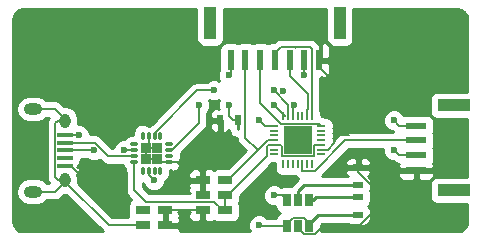
<source format=gbr>
G04 #@! TF.FileFunction,Copper,L1,Top,Signal*
%FSLAX46Y46*%
G04 Gerber Fmt 4.6, Leading zero omitted, Abs format (unit mm)*
G04 Created by KiCad (PCBNEW 4.0.6-e0-6349~53~ubuntu16.04.1) date Sat Jun 17 13:56:32 2017*
%MOMM*%
%LPD*%
G01*
G04 APERTURE LIST*
%ADD10C,0.100000*%
%ADD11R,1.350000X0.400000*%
%ADD12O,0.950000X1.250000*%
%ADD13O,1.550000X1.000000*%
%ADD14R,1.800000X0.600000*%
%ADD15R,2.800000X1.000000*%
%ADD16R,0.600000X1.800000*%
%ADD17R,1.000000X2.800000*%
%ADD18R,0.650000X1.060000*%
%ADD19O,0.300000X0.750000*%
%ADD20O,0.750000X0.300000*%
%ADD21R,0.900000X0.900000*%
%ADD22R,1.200000X0.750000*%
%ADD23R,0.500000X0.900000*%
%ADD24R,0.900000X0.500000*%
%ADD25R,0.800000X0.200000*%
%ADD26R,0.200000X0.800000*%
%ADD27R,1.175000X1.175000*%
%ADD28C,0.600000*%
%ADD29C,0.150000*%
%ADD30C,0.200000*%
%ADD31C,0.250000*%
%ADD32C,0.254000*%
G04 APERTURE END LIST*
D10*
D11*
X96600000Y-85060000D03*
X96600000Y-85710000D03*
X96600000Y-86360000D03*
X96600000Y-87010000D03*
X96600000Y-87660000D03*
D12*
X96600000Y-83860000D03*
X96600000Y-88860000D03*
D13*
X93900000Y-82860000D03*
X93900000Y-89860000D03*
D14*
X126340000Y-88025000D03*
X126340000Y-86775000D03*
X126340000Y-85525000D03*
X126340000Y-84275000D03*
D15*
X129540000Y-82550000D03*
X129540000Y-89750000D03*
D16*
X118130000Y-78740000D03*
X116880000Y-78740000D03*
X115630000Y-78740000D03*
X114380000Y-78740000D03*
X113130000Y-78740000D03*
X111880000Y-78740000D03*
X110630000Y-78740000D03*
D17*
X108880000Y-75540000D03*
X119880000Y-75540000D03*
D18*
X115395000Y-92770000D03*
X116345000Y-92770000D03*
X117295000Y-92770000D03*
X117295000Y-90570000D03*
X115395000Y-90570000D03*
X116345000Y-90570000D03*
D19*
X104685000Y-85135000D03*
X104185000Y-85135000D03*
X103685000Y-85135000D03*
X103185000Y-85135000D03*
D20*
X102460000Y-85860000D03*
X102460000Y-86360000D03*
X102460000Y-86860000D03*
X102460000Y-87360000D03*
D19*
X103185000Y-88085000D03*
X103685000Y-88085000D03*
X104185000Y-88085000D03*
X104685000Y-88085000D03*
D20*
X105410000Y-87360000D03*
X105410000Y-86860000D03*
X105410000Y-86360000D03*
X105410000Y-85860000D03*
D21*
X103485000Y-87060000D03*
X104385000Y-87060000D03*
X103485000Y-86160000D03*
X104385000Y-86160000D03*
D22*
X105090000Y-91440000D03*
X103190000Y-91440000D03*
X110170000Y-88900000D03*
X108270000Y-88900000D03*
X103190000Y-92710000D03*
X105090000Y-92710000D03*
X110170000Y-91440000D03*
X108270000Y-91440000D03*
X110170000Y-90170000D03*
X108270000Y-90170000D03*
D23*
X111240000Y-83820000D03*
X109740000Y-83820000D03*
D24*
X121425000Y-91840000D03*
X121425000Y-90340000D03*
X121425000Y-89300000D03*
X121425000Y-87800000D03*
D25*
X114300000Y-84290000D03*
X114300000Y-84690000D03*
X114300000Y-85090000D03*
X114300000Y-85490000D03*
X114300000Y-85890000D03*
X114300000Y-86290000D03*
X114300000Y-86690000D03*
D26*
X115100000Y-87490000D03*
X115500000Y-87490000D03*
X115900000Y-87490000D03*
X116300000Y-87490000D03*
X116700000Y-87490000D03*
X117100000Y-87490000D03*
X117500000Y-87490000D03*
D25*
X118300000Y-86690000D03*
X118300000Y-86290000D03*
X118300000Y-85890000D03*
X118300000Y-85490000D03*
X118300000Y-85090000D03*
X118300000Y-84690000D03*
X118300000Y-84290000D03*
D26*
X117500000Y-83490000D03*
X117100000Y-83490000D03*
X116700000Y-83490000D03*
X116300000Y-83490000D03*
X115900000Y-83490000D03*
X115500000Y-83490000D03*
X115100000Y-83490000D03*
D27*
X116887500Y-86077500D03*
X116887500Y-84902500D03*
X115712500Y-86077500D03*
X115712500Y-84902500D03*
D28*
X97790000Y-91440000D03*
X99060000Y-90170000D03*
X124460000Y-86360000D03*
X114300000Y-90170000D03*
X110490000Y-80010000D03*
X115029877Y-81338111D03*
X124460000Y-83820000D03*
X115975010Y-82550000D03*
X116840000Y-80010000D03*
X97790000Y-85090000D03*
X113030000Y-92710000D03*
X103190000Y-91440000D03*
X104140000Y-88900000D03*
X114300000Y-82550000D03*
X109220000Y-81280000D03*
X101600000Y-86360000D03*
X99060000Y-86360000D03*
X107950000Y-82550000D03*
X114300000Y-81280000D03*
X110490000Y-82550000D03*
X113030000Y-83820000D03*
D29*
X123190000Y-91090002D02*
X123190000Y-89965000D01*
X123190000Y-89965000D02*
X121425000Y-88200000D01*
X121425000Y-88200000D02*
X121425000Y-87800000D01*
X118525002Y-92710000D02*
X121570002Y-92710000D01*
X121570002Y-92710000D02*
X123190000Y-91090002D01*
X116345000Y-92770000D02*
X116345000Y-92975000D01*
X116345000Y-92975000D02*
X116845001Y-93475001D01*
X116845001Y-93475001D02*
X117760001Y-93475001D01*
X117760001Y-93475001D02*
X118525002Y-92710000D01*
X119380000Y-80590000D02*
X119380000Y-85090000D01*
X118130000Y-78740000D02*
X118130000Y-79340000D01*
X118130000Y-79340000D02*
X119380000Y-80590000D01*
X119380000Y-85090000D02*
X120650000Y-85090000D01*
X119380000Y-85760000D02*
X119380000Y-85090000D01*
X118300000Y-86290000D02*
X118850000Y-86290000D01*
X118850000Y-86290000D02*
X119380000Y-85760000D01*
X108270000Y-90170000D02*
X108270000Y-88900000D01*
X105090000Y-91440000D02*
X108270000Y-91440000D01*
X105090000Y-91440000D02*
X105090000Y-92710000D01*
X105410000Y-87360000D02*
X107255000Y-87360000D01*
X108270000Y-88375000D02*
X108270000Y-88900000D01*
X107255000Y-87360000D02*
X108270000Y-88375000D01*
X103485000Y-87060000D02*
X103485000Y-86160000D01*
X104385000Y-87060000D02*
X104685000Y-87360000D01*
X104685000Y-87360000D02*
X105410000Y-87360000D01*
X103485000Y-86160000D02*
X103685000Y-85960000D01*
X103685000Y-85960000D02*
X103685000Y-85135000D01*
X103485000Y-87060000D02*
X104385000Y-87060000D01*
X104385000Y-86160000D02*
X103485000Y-86160000D01*
X97790000Y-92710000D02*
X97790000Y-91440000D01*
X96600000Y-87660000D02*
X97075000Y-87660000D01*
X99060000Y-89645000D02*
X99060000Y-90170000D01*
X97075000Y-87660000D02*
X99060000Y-89645000D01*
D30*
X124460000Y-86360000D02*
X124875000Y-86775000D01*
X124875000Y-86775000D02*
X126340000Y-86775000D01*
X114300000Y-90170000D02*
X114995000Y-90170000D01*
X114995000Y-90170000D02*
X115395000Y-90570000D01*
X110630000Y-78740000D02*
X110630000Y-79870000D01*
X110630000Y-79870000D02*
X110490000Y-80010000D01*
X126340000Y-85525000D02*
X120325002Y-85525000D01*
X120325002Y-85525000D02*
X117760001Y-88090001D01*
X117760001Y-88090001D02*
X116700000Y-88090000D01*
X116700000Y-88090000D02*
X116700000Y-87490000D01*
X126340000Y-84275000D02*
X124915000Y-84275000D01*
X124915000Y-84275000D02*
X124460000Y-83820000D01*
X115900000Y-83490000D02*
X115900000Y-82625010D01*
X115900000Y-82625010D02*
X115975010Y-82550000D01*
X116880000Y-78740000D02*
X116880000Y-79970000D01*
X116880000Y-79970000D02*
X116840000Y-80010000D01*
X117140009Y-82849991D02*
X117100000Y-82890000D01*
X117140009Y-81580009D02*
X117140009Y-82849991D01*
X115630000Y-80070000D02*
X117140009Y-81580009D01*
X115630000Y-78740000D02*
X115630000Y-80070000D01*
X117100000Y-82890000D02*
X117100000Y-83490000D01*
X117100000Y-83029998D02*
X117100000Y-83490000D01*
X116090001Y-77639999D02*
X117340001Y-77639999D01*
X117340001Y-77639999D02*
X117500000Y-77799998D01*
X117500000Y-77799998D02*
X117500000Y-82890000D01*
X117500000Y-82890000D02*
X117500000Y-83490000D01*
X114380000Y-78740000D02*
X114380000Y-78140000D01*
X114380000Y-78140000D02*
X114880000Y-77640000D01*
X114880000Y-77640000D02*
X116090001Y-77639999D01*
X116090001Y-77639999D02*
X116130001Y-77679999D01*
X113130000Y-78740000D02*
X113130000Y-82320000D01*
X118100001Y-84090001D02*
X118300000Y-84290000D01*
X113130000Y-82320000D02*
X114900001Y-84090001D01*
X114900001Y-84090001D02*
X118100001Y-84090001D01*
X112935000Y-86360000D02*
X113805000Y-85490000D01*
X110395000Y-88900000D02*
X112935000Y-86360000D01*
X112935000Y-86360000D02*
X111880000Y-85305000D01*
X111880000Y-85305000D02*
X111880000Y-78740000D01*
X110170000Y-88900000D02*
X110395000Y-88900000D01*
X113805000Y-85490000D02*
X114300000Y-85490000D01*
D29*
X96600000Y-85060000D02*
X97760000Y-85060000D01*
X97760000Y-85060000D02*
X97790000Y-85090000D01*
X117295000Y-92770000D02*
X117295000Y-92549998D01*
X117295000Y-92549998D02*
X116810001Y-92064999D01*
X116810001Y-92064999D02*
X115895001Y-92064999D01*
X115895001Y-92064999D02*
X115395000Y-92565000D01*
X115395000Y-92565000D02*
X115395000Y-92770000D01*
X115395000Y-92770000D02*
X113090000Y-92770000D01*
X113090000Y-92770000D02*
X113030000Y-92710000D01*
X103685000Y-88085000D02*
X103685000Y-88445000D01*
X103685000Y-88445000D02*
X104140000Y-88900000D01*
D31*
X121425000Y-91840000D02*
X118020000Y-91840000D01*
X118020000Y-91840000D02*
X117295000Y-92565000D01*
X117295000Y-92565000D02*
X117295000Y-92770000D01*
X117845000Y-90340000D02*
X117615000Y-90570000D01*
X117615000Y-90570000D02*
X117295000Y-90570000D01*
X121425000Y-90340000D02*
X117845000Y-90340000D01*
X121425000Y-89300000D02*
X116835000Y-89300000D01*
X116835000Y-89300000D02*
X116345000Y-89790000D01*
X116345000Y-89790000D02*
X116345000Y-90570000D01*
D29*
X115224999Y-83474999D02*
X115209998Y-83490000D01*
X115209998Y-83490000D02*
X115100000Y-83490000D01*
X114300000Y-82550000D02*
X115224999Y-83474999D01*
X104185000Y-85135000D02*
X104185000Y-84910000D01*
X104185000Y-84910000D02*
X107815000Y-81280000D01*
X107815000Y-81280000D02*
X109220000Y-81280000D01*
X101600000Y-86360000D02*
X102460000Y-86360000D01*
X96600000Y-86360000D02*
X99060000Y-86360000D01*
X101935000Y-86860000D02*
X102460000Y-86860000D01*
X100263004Y-86860000D02*
X101935000Y-86860000D01*
X96600000Y-85710000D02*
X99113004Y-85710000D01*
X99113004Y-85710000D02*
X100263004Y-86860000D01*
X102460000Y-89760000D02*
X102460000Y-87360000D01*
X103445001Y-90745001D02*
X102460000Y-89760000D01*
X118300000Y-85890000D02*
X117650001Y-85890000D01*
X117615001Y-86840001D02*
X114984999Y-86840001D01*
X117650001Y-85890000D02*
X117650001Y-86805001D01*
X117650001Y-86805001D02*
X117615001Y-86840001D01*
X114984999Y-86840001D02*
X114949999Y-86805001D01*
X114949999Y-86805001D02*
X114949999Y-85989999D01*
X114850000Y-85890000D02*
X114300000Y-85890000D01*
X114949999Y-85989999D02*
X114850000Y-85890000D01*
D30*
X110170000Y-91440000D02*
X109945000Y-91440000D01*
X109945000Y-91440000D02*
X109250001Y-90745001D01*
X109250001Y-90745001D02*
X103445001Y-90745001D01*
X102460000Y-88040000D02*
X102460000Y-87360000D01*
X102460000Y-87710000D02*
X102460000Y-87360000D01*
X102460000Y-88079988D02*
X102460000Y-87710000D01*
X110170000Y-91440000D02*
X110170000Y-90170000D01*
X110170000Y-90170000D02*
X110395000Y-90170000D01*
X110395000Y-90170000D02*
X113699999Y-86865001D01*
X113699999Y-86865001D02*
X113699999Y-86029999D01*
X113699999Y-86029999D02*
X113839998Y-85890000D01*
X113839998Y-85890000D02*
X114300000Y-85890000D01*
D29*
X105635000Y-86360000D02*
X105410000Y-86360000D01*
X107950000Y-82550000D02*
X107950000Y-84045000D01*
X107950000Y-84045000D02*
X105635000Y-86360000D01*
X115500000Y-83490000D02*
X115500000Y-82480000D01*
X115500000Y-82480000D02*
X114300000Y-81280000D01*
X96600000Y-88860000D02*
X95975000Y-88860000D01*
X95975000Y-88860000D02*
X95749999Y-88634999D01*
X95749999Y-88634999D02*
X95749999Y-84085001D01*
X95749999Y-84085001D02*
X95975000Y-83860000D01*
X95975000Y-83860000D02*
X96600000Y-83860000D01*
X103190000Y-92710000D02*
X100300000Y-92710000D01*
X100300000Y-92710000D02*
X96600000Y-89010000D01*
X96600000Y-89010000D02*
X96600000Y-88860000D01*
D30*
X96600000Y-83860000D02*
X96600000Y-83710000D01*
X96600000Y-83710000D02*
X95750000Y-82860000D01*
X95750000Y-82860000D02*
X94875000Y-82860000D01*
X94875000Y-82860000D02*
X93900000Y-82860000D01*
X93900000Y-89860000D02*
X95750000Y-89860000D01*
X95750000Y-89860000D02*
X96600000Y-89010000D01*
D29*
X110490000Y-82550000D02*
X110490000Y-83470000D01*
X110490000Y-83470000D02*
X110840000Y-83820000D01*
X110840000Y-83820000D02*
X111240000Y-83820000D01*
X114300000Y-84290000D02*
X113500000Y-84290000D01*
X113500000Y-84290000D02*
X113030000Y-83820000D01*
D31*
X111240000Y-83820000D02*
X111240000Y-84570000D01*
D32*
G36*
X107732560Y-76940000D02*
X107776838Y-77175317D01*
X107915910Y-77391441D01*
X108128110Y-77536431D01*
X108380000Y-77587440D01*
X109380000Y-77587440D01*
X109615317Y-77543162D01*
X109831441Y-77404090D01*
X109976431Y-77191890D01*
X110027440Y-76940000D01*
X110027440Y-74422000D01*
X118732560Y-74422000D01*
X118732560Y-76940000D01*
X118776838Y-77175317D01*
X118915910Y-77391441D01*
X119128110Y-77536431D01*
X119380000Y-77587440D01*
X120380000Y-77587440D01*
X120615317Y-77543162D01*
X120831441Y-77404090D01*
X120976431Y-77191890D01*
X121027440Y-76940000D01*
X121027440Y-74422000D01*
X129797491Y-74422000D01*
X130143130Y-74490752D01*
X130425545Y-74679455D01*
X130614248Y-74961870D01*
X130683000Y-75307509D01*
X130683000Y-81402560D01*
X128140000Y-81402560D01*
X127904683Y-81446838D01*
X127688559Y-81585910D01*
X127543569Y-81798110D01*
X127492560Y-82050000D01*
X127492560Y-83050000D01*
X127536838Y-83285317D01*
X127675910Y-83501441D01*
X127888110Y-83646431D01*
X128140000Y-83697440D01*
X130683000Y-83697440D01*
X130683000Y-88602560D01*
X128140000Y-88602560D01*
X127904683Y-88646838D01*
X127688559Y-88785910D01*
X127543569Y-88998110D01*
X127492560Y-89250000D01*
X127492560Y-90250000D01*
X127536838Y-90485317D01*
X127675910Y-90701441D01*
X127888110Y-90846431D01*
X128140000Y-90897440D01*
X130683000Y-90897440D01*
X130683000Y-92332491D01*
X130614248Y-92678130D01*
X130425545Y-92960545D01*
X130143130Y-93149248D01*
X129797491Y-93218000D01*
X118267440Y-93218000D01*
X118267440Y-92667362D01*
X118334802Y-92600000D01*
X120596614Y-92600000D01*
X120723110Y-92686431D01*
X120975000Y-92737440D01*
X121875000Y-92737440D01*
X122110317Y-92693162D01*
X122326441Y-92554090D01*
X122471431Y-92341890D01*
X122522440Y-92090000D01*
X122522440Y-91590000D01*
X122478162Y-91354683D01*
X122339090Y-91138559D01*
X122269289Y-91090866D01*
X122326441Y-91054090D01*
X122471431Y-90841890D01*
X122522440Y-90590000D01*
X122522440Y-90090000D01*
X122478162Y-89854683D01*
X122457402Y-89822422D01*
X122471431Y-89801890D01*
X122522440Y-89550000D01*
X122522440Y-89050000D01*
X122478162Y-88814683D01*
X122339090Y-88598559D01*
X122270994Y-88552031D01*
X122413327Y-88409698D01*
X122454312Y-88310750D01*
X124805000Y-88310750D01*
X124805000Y-88451309D01*
X124901673Y-88684698D01*
X125080301Y-88863327D01*
X125313690Y-88960000D01*
X126054250Y-88960000D01*
X126213000Y-88801250D01*
X126213000Y-88152000D01*
X126467000Y-88152000D01*
X126467000Y-88801250D01*
X126625750Y-88960000D01*
X127366310Y-88960000D01*
X127599699Y-88863327D01*
X127778327Y-88684698D01*
X127875000Y-88451309D01*
X127875000Y-88310750D01*
X127716250Y-88152000D01*
X126467000Y-88152000D01*
X126213000Y-88152000D01*
X124963750Y-88152000D01*
X124805000Y-88310750D01*
X122454312Y-88310750D01*
X122510000Y-88176309D01*
X122510000Y-88083750D01*
X122351250Y-87925000D01*
X121552000Y-87925000D01*
X121552000Y-87947000D01*
X121298000Y-87947000D01*
X121298000Y-87925000D01*
X120498750Y-87925000D01*
X120340000Y-88083750D01*
X120340000Y-88176309D01*
X120436673Y-88409698D01*
X120566974Y-88540000D01*
X118349448Y-88540000D01*
X119465757Y-87423691D01*
X120340000Y-87423691D01*
X120340000Y-87516250D01*
X120498750Y-87675000D01*
X121298000Y-87675000D01*
X121298000Y-87073750D01*
X121552000Y-87073750D01*
X121552000Y-87675000D01*
X122351250Y-87675000D01*
X122510000Y-87516250D01*
X122510000Y-87423691D01*
X122413327Y-87190302D01*
X122234699Y-87011673D01*
X122001310Y-86915000D01*
X121710750Y-86915000D01*
X121552000Y-87073750D01*
X121298000Y-87073750D01*
X121139250Y-86915000D01*
X120848690Y-86915000D01*
X120615301Y-87011673D01*
X120436673Y-87190302D01*
X120340000Y-87423691D01*
X119465757Y-87423691D01*
X120629449Y-86260000D01*
X123525086Y-86260000D01*
X123524838Y-86545167D01*
X123666883Y-86888943D01*
X123929673Y-87152192D01*
X124273201Y-87294838D01*
X124355555Y-87294910D01*
X124535402Y-87415079D01*
X124593728Y-87454051D01*
X124844269Y-87503887D01*
X124805000Y-87598691D01*
X124805000Y-87739250D01*
X124963750Y-87898000D01*
X126213000Y-87898000D01*
X126213000Y-87878000D01*
X126467000Y-87878000D01*
X126467000Y-87898000D01*
X127716250Y-87898000D01*
X127875000Y-87739250D01*
X127875000Y-87598691D01*
X127790351Y-87394330D01*
X127836431Y-87326890D01*
X127887440Y-87075000D01*
X127887440Y-86475000D01*
X127843162Y-86239683D01*
X127785949Y-86150772D01*
X127836431Y-86076890D01*
X127887440Y-85825000D01*
X127887440Y-85225000D01*
X127843162Y-84989683D01*
X127785949Y-84900772D01*
X127836431Y-84826890D01*
X127887440Y-84575000D01*
X127887440Y-83975000D01*
X127843162Y-83739683D01*
X127704090Y-83523559D01*
X127491890Y-83378569D01*
X127240000Y-83327560D01*
X125440000Y-83327560D01*
X125280593Y-83357555D01*
X125253117Y-83291057D01*
X124990327Y-83027808D01*
X124646799Y-82885162D01*
X124274833Y-82884838D01*
X123931057Y-83026883D01*
X123667808Y-83289673D01*
X123525162Y-83633201D01*
X123524838Y-84005167D01*
X123666883Y-84348943D01*
X123929673Y-84612192D01*
X124273201Y-84754838D01*
X124355463Y-84754910D01*
X124390553Y-84790000D01*
X120325002Y-84790000D01*
X120043730Y-84845949D01*
X119805278Y-85005277D01*
X119347440Y-85463115D01*
X119347440Y-85390000D01*
X119327933Y-85286329D01*
X119347440Y-85190000D01*
X119347440Y-84990000D01*
X119327933Y-84886329D01*
X119347440Y-84790000D01*
X119347440Y-84590000D01*
X119327933Y-84486329D01*
X119347440Y-84390000D01*
X119347440Y-84190000D01*
X119303162Y-83954683D01*
X119164090Y-83738559D01*
X118951890Y-83593569D01*
X118700000Y-83542560D01*
X118578241Y-83542560D01*
X118381273Y-83410950D01*
X118247440Y-83384329D01*
X118247440Y-83090000D01*
X118235000Y-83023887D01*
X118235000Y-80275000D01*
X118257002Y-80275000D01*
X118257002Y-80116252D01*
X118415750Y-80275000D01*
X118556309Y-80275000D01*
X118789698Y-80178327D01*
X118968327Y-79999699D01*
X119065000Y-79766310D01*
X119065000Y-79025750D01*
X118906250Y-78867000D01*
X118257000Y-78867000D01*
X118257000Y-78887000D01*
X118235000Y-78887000D01*
X118235000Y-77799998D01*
X118179051Y-77518726D01*
X118102454Y-77404090D01*
X118075500Y-77363750D01*
X118257000Y-77363750D01*
X118257000Y-78613000D01*
X118906250Y-78613000D01*
X119065000Y-78454250D01*
X119065000Y-77713690D01*
X118968327Y-77480301D01*
X118789698Y-77301673D01*
X118556309Y-77205000D01*
X118415750Y-77205000D01*
X118257000Y-77363750D01*
X118075500Y-77363750D01*
X118019724Y-77280275D01*
X117859724Y-77120276D01*
X117621273Y-76960948D01*
X117340001Y-76904999D01*
X116090001Y-76904999D01*
X114879999Y-76905000D01*
X114598727Y-76960949D01*
X114503218Y-77024767D01*
X114360277Y-77120276D01*
X114287993Y-77192560D01*
X114080000Y-77192560D01*
X113844683Y-77236838D01*
X113755772Y-77294051D01*
X113681890Y-77243569D01*
X113430000Y-77192560D01*
X112830000Y-77192560D01*
X112594683Y-77236838D01*
X112505772Y-77294051D01*
X112431890Y-77243569D01*
X112180000Y-77192560D01*
X111580000Y-77192560D01*
X111344683Y-77236838D01*
X111255772Y-77294051D01*
X111181890Y-77243569D01*
X110930000Y-77192560D01*
X110330000Y-77192560D01*
X110094683Y-77236838D01*
X109878559Y-77375910D01*
X109733569Y-77588110D01*
X109682560Y-77840000D01*
X109682560Y-79516394D01*
X109555162Y-79823201D01*
X109554838Y-80195167D01*
X109660310Y-80450430D01*
X109406799Y-80345162D01*
X109034833Y-80344838D01*
X108691057Y-80486883D01*
X108607795Y-80570000D01*
X107815000Y-80570000D01*
X107543295Y-80624046D01*
X107312954Y-80777954D01*
X103936206Y-84154702D01*
X103927252Y-84156483D01*
X103881316Y-84149944D01*
X103844840Y-84191531D01*
X103685000Y-84298332D01*
X103525160Y-84191531D01*
X103488684Y-84149944D01*
X103442748Y-84156483D01*
X103185000Y-84105213D01*
X102884594Y-84164968D01*
X102629921Y-84335134D01*
X102459755Y-84589807D01*
X102400000Y-84890213D01*
X102400000Y-85075000D01*
X102215213Y-85075000D01*
X101914807Y-85134755D01*
X101660134Y-85304921D01*
X101579912Y-85424982D01*
X101414833Y-85424838D01*
X101071057Y-85566883D01*
X100807808Y-85829673D01*
X100674796Y-86150000D01*
X100557096Y-86150000D01*
X99615050Y-85207954D01*
X99384709Y-85054046D01*
X99113004Y-85000000D01*
X98725079Y-85000000D01*
X98725162Y-84904833D01*
X98583117Y-84561057D01*
X98320327Y-84297808D01*
X97976799Y-84155162D01*
X97686086Y-84154909D01*
X97710000Y-84034685D01*
X97710000Y-83685315D01*
X97625506Y-83260536D01*
X97384889Y-82900426D01*
X97024779Y-82659809D01*
X96600000Y-82575315D01*
X96520562Y-82591116D01*
X96269723Y-82340277D01*
X96031272Y-82180949D01*
X95750000Y-82125000D01*
X95050336Y-82125000D01*
X95005190Y-82057434D01*
X94636970Y-81811397D01*
X94202624Y-81725000D01*
X93597376Y-81725000D01*
X93163030Y-81811397D01*
X92794810Y-82057434D01*
X92548773Y-82425654D01*
X92462376Y-82860000D01*
X92548773Y-83294346D01*
X92794810Y-83662566D01*
X93163030Y-83908603D01*
X93597376Y-83995000D01*
X94202624Y-83995000D01*
X94636970Y-83908603D01*
X95005190Y-83662566D01*
X95050336Y-83595000D01*
X95239905Y-83595000D01*
X95094045Y-83813296D01*
X95039999Y-84085001D01*
X95039999Y-88634999D01*
X95094045Y-88906704D01*
X95239905Y-89125000D01*
X95050336Y-89125000D01*
X95005190Y-89057434D01*
X94636970Y-88811397D01*
X94202624Y-88725000D01*
X93597376Y-88725000D01*
X93163030Y-88811397D01*
X92794810Y-89057434D01*
X92548773Y-89425654D01*
X92462376Y-89860000D01*
X92548773Y-90294346D01*
X92794810Y-90662566D01*
X93163030Y-90908603D01*
X93597376Y-90995000D01*
X94202624Y-90995000D01*
X94636970Y-90908603D01*
X95005190Y-90662566D01*
X95050336Y-90595000D01*
X95750000Y-90595000D01*
X96031272Y-90539051D01*
X96269723Y-90379723D01*
X96520562Y-90128884D01*
X96600000Y-90144685D01*
X96708926Y-90123018D01*
X99797954Y-93212046D01*
X99806865Y-93218000D01*
X93087509Y-93218000D01*
X92741870Y-93149248D01*
X92459455Y-92960545D01*
X92270752Y-92678130D01*
X92202000Y-92332491D01*
X92202000Y-75307509D01*
X92270752Y-74961870D01*
X92459455Y-74679455D01*
X92741870Y-74490752D01*
X93087509Y-74422000D01*
X107732560Y-74422000D01*
X107732560Y-76940000D01*
X107732560Y-76940000D01*
G37*
X107732560Y-76940000D02*
X107776838Y-77175317D01*
X107915910Y-77391441D01*
X108128110Y-77536431D01*
X108380000Y-77587440D01*
X109380000Y-77587440D01*
X109615317Y-77543162D01*
X109831441Y-77404090D01*
X109976431Y-77191890D01*
X110027440Y-76940000D01*
X110027440Y-74422000D01*
X118732560Y-74422000D01*
X118732560Y-76940000D01*
X118776838Y-77175317D01*
X118915910Y-77391441D01*
X119128110Y-77536431D01*
X119380000Y-77587440D01*
X120380000Y-77587440D01*
X120615317Y-77543162D01*
X120831441Y-77404090D01*
X120976431Y-77191890D01*
X121027440Y-76940000D01*
X121027440Y-74422000D01*
X129797491Y-74422000D01*
X130143130Y-74490752D01*
X130425545Y-74679455D01*
X130614248Y-74961870D01*
X130683000Y-75307509D01*
X130683000Y-81402560D01*
X128140000Y-81402560D01*
X127904683Y-81446838D01*
X127688559Y-81585910D01*
X127543569Y-81798110D01*
X127492560Y-82050000D01*
X127492560Y-83050000D01*
X127536838Y-83285317D01*
X127675910Y-83501441D01*
X127888110Y-83646431D01*
X128140000Y-83697440D01*
X130683000Y-83697440D01*
X130683000Y-88602560D01*
X128140000Y-88602560D01*
X127904683Y-88646838D01*
X127688559Y-88785910D01*
X127543569Y-88998110D01*
X127492560Y-89250000D01*
X127492560Y-90250000D01*
X127536838Y-90485317D01*
X127675910Y-90701441D01*
X127888110Y-90846431D01*
X128140000Y-90897440D01*
X130683000Y-90897440D01*
X130683000Y-92332491D01*
X130614248Y-92678130D01*
X130425545Y-92960545D01*
X130143130Y-93149248D01*
X129797491Y-93218000D01*
X118267440Y-93218000D01*
X118267440Y-92667362D01*
X118334802Y-92600000D01*
X120596614Y-92600000D01*
X120723110Y-92686431D01*
X120975000Y-92737440D01*
X121875000Y-92737440D01*
X122110317Y-92693162D01*
X122326441Y-92554090D01*
X122471431Y-92341890D01*
X122522440Y-92090000D01*
X122522440Y-91590000D01*
X122478162Y-91354683D01*
X122339090Y-91138559D01*
X122269289Y-91090866D01*
X122326441Y-91054090D01*
X122471431Y-90841890D01*
X122522440Y-90590000D01*
X122522440Y-90090000D01*
X122478162Y-89854683D01*
X122457402Y-89822422D01*
X122471431Y-89801890D01*
X122522440Y-89550000D01*
X122522440Y-89050000D01*
X122478162Y-88814683D01*
X122339090Y-88598559D01*
X122270994Y-88552031D01*
X122413327Y-88409698D01*
X122454312Y-88310750D01*
X124805000Y-88310750D01*
X124805000Y-88451309D01*
X124901673Y-88684698D01*
X125080301Y-88863327D01*
X125313690Y-88960000D01*
X126054250Y-88960000D01*
X126213000Y-88801250D01*
X126213000Y-88152000D01*
X126467000Y-88152000D01*
X126467000Y-88801250D01*
X126625750Y-88960000D01*
X127366310Y-88960000D01*
X127599699Y-88863327D01*
X127778327Y-88684698D01*
X127875000Y-88451309D01*
X127875000Y-88310750D01*
X127716250Y-88152000D01*
X126467000Y-88152000D01*
X126213000Y-88152000D01*
X124963750Y-88152000D01*
X124805000Y-88310750D01*
X122454312Y-88310750D01*
X122510000Y-88176309D01*
X122510000Y-88083750D01*
X122351250Y-87925000D01*
X121552000Y-87925000D01*
X121552000Y-87947000D01*
X121298000Y-87947000D01*
X121298000Y-87925000D01*
X120498750Y-87925000D01*
X120340000Y-88083750D01*
X120340000Y-88176309D01*
X120436673Y-88409698D01*
X120566974Y-88540000D01*
X118349448Y-88540000D01*
X119465757Y-87423691D01*
X120340000Y-87423691D01*
X120340000Y-87516250D01*
X120498750Y-87675000D01*
X121298000Y-87675000D01*
X121298000Y-87073750D01*
X121552000Y-87073750D01*
X121552000Y-87675000D01*
X122351250Y-87675000D01*
X122510000Y-87516250D01*
X122510000Y-87423691D01*
X122413327Y-87190302D01*
X122234699Y-87011673D01*
X122001310Y-86915000D01*
X121710750Y-86915000D01*
X121552000Y-87073750D01*
X121298000Y-87073750D01*
X121139250Y-86915000D01*
X120848690Y-86915000D01*
X120615301Y-87011673D01*
X120436673Y-87190302D01*
X120340000Y-87423691D01*
X119465757Y-87423691D01*
X120629449Y-86260000D01*
X123525086Y-86260000D01*
X123524838Y-86545167D01*
X123666883Y-86888943D01*
X123929673Y-87152192D01*
X124273201Y-87294838D01*
X124355555Y-87294910D01*
X124535402Y-87415079D01*
X124593728Y-87454051D01*
X124844269Y-87503887D01*
X124805000Y-87598691D01*
X124805000Y-87739250D01*
X124963750Y-87898000D01*
X126213000Y-87898000D01*
X126213000Y-87878000D01*
X126467000Y-87878000D01*
X126467000Y-87898000D01*
X127716250Y-87898000D01*
X127875000Y-87739250D01*
X127875000Y-87598691D01*
X127790351Y-87394330D01*
X127836431Y-87326890D01*
X127887440Y-87075000D01*
X127887440Y-86475000D01*
X127843162Y-86239683D01*
X127785949Y-86150772D01*
X127836431Y-86076890D01*
X127887440Y-85825000D01*
X127887440Y-85225000D01*
X127843162Y-84989683D01*
X127785949Y-84900772D01*
X127836431Y-84826890D01*
X127887440Y-84575000D01*
X127887440Y-83975000D01*
X127843162Y-83739683D01*
X127704090Y-83523559D01*
X127491890Y-83378569D01*
X127240000Y-83327560D01*
X125440000Y-83327560D01*
X125280593Y-83357555D01*
X125253117Y-83291057D01*
X124990327Y-83027808D01*
X124646799Y-82885162D01*
X124274833Y-82884838D01*
X123931057Y-83026883D01*
X123667808Y-83289673D01*
X123525162Y-83633201D01*
X123524838Y-84005167D01*
X123666883Y-84348943D01*
X123929673Y-84612192D01*
X124273201Y-84754838D01*
X124355463Y-84754910D01*
X124390553Y-84790000D01*
X120325002Y-84790000D01*
X120043730Y-84845949D01*
X119805278Y-85005277D01*
X119347440Y-85463115D01*
X119347440Y-85390000D01*
X119327933Y-85286329D01*
X119347440Y-85190000D01*
X119347440Y-84990000D01*
X119327933Y-84886329D01*
X119347440Y-84790000D01*
X119347440Y-84590000D01*
X119327933Y-84486329D01*
X119347440Y-84390000D01*
X119347440Y-84190000D01*
X119303162Y-83954683D01*
X119164090Y-83738559D01*
X118951890Y-83593569D01*
X118700000Y-83542560D01*
X118578241Y-83542560D01*
X118381273Y-83410950D01*
X118247440Y-83384329D01*
X118247440Y-83090000D01*
X118235000Y-83023887D01*
X118235000Y-80275000D01*
X118257002Y-80275000D01*
X118257002Y-80116252D01*
X118415750Y-80275000D01*
X118556309Y-80275000D01*
X118789698Y-80178327D01*
X118968327Y-79999699D01*
X119065000Y-79766310D01*
X119065000Y-79025750D01*
X118906250Y-78867000D01*
X118257000Y-78867000D01*
X118257000Y-78887000D01*
X118235000Y-78887000D01*
X118235000Y-77799998D01*
X118179051Y-77518726D01*
X118102454Y-77404090D01*
X118075500Y-77363750D01*
X118257000Y-77363750D01*
X118257000Y-78613000D01*
X118906250Y-78613000D01*
X119065000Y-78454250D01*
X119065000Y-77713690D01*
X118968327Y-77480301D01*
X118789698Y-77301673D01*
X118556309Y-77205000D01*
X118415750Y-77205000D01*
X118257000Y-77363750D01*
X118075500Y-77363750D01*
X118019724Y-77280275D01*
X117859724Y-77120276D01*
X117621273Y-76960948D01*
X117340001Y-76904999D01*
X116090001Y-76904999D01*
X114879999Y-76905000D01*
X114598727Y-76960949D01*
X114503218Y-77024767D01*
X114360277Y-77120276D01*
X114287993Y-77192560D01*
X114080000Y-77192560D01*
X113844683Y-77236838D01*
X113755772Y-77294051D01*
X113681890Y-77243569D01*
X113430000Y-77192560D01*
X112830000Y-77192560D01*
X112594683Y-77236838D01*
X112505772Y-77294051D01*
X112431890Y-77243569D01*
X112180000Y-77192560D01*
X111580000Y-77192560D01*
X111344683Y-77236838D01*
X111255772Y-77294051D01*
X111181890Y-77243569D01*
X110930000Y-77192560D01*
X110330000Y-77192560D01*
X110094683Y-77236838D01*
X109878559Y-77375910D01*
X109733569Y-77588110D01*
X109682560Y-77840000D01*
X109682560Y-79516394D01*
X109555162Y-79823201D01*
X109554838Y-80195167D01*
X109660310Y-80450430D01*
X109406799Y-80345162D01*
X109034833Y-80344838D01*
X108691057Y-80486883D01*
X108607795Y-80570000D01*
X107815000Y-80570000D01*
X107543295Y-80624046D01*
X107312954Y-80777954D01*
X103936206Y-84154702D01*
X103927252Y-84156483D01*
X103881316Y-84149944D01*
X103844840Y-84191531D01*
X103685000Y-84298332D01*
X103525160Y-84191531D01*
X103488684Y-84149944D01*
X103442748Y-84156483D01*
X103185000Y-84105213D01*
X102884594Y-84164968D01*
X102629921Y-84335134D01*
X102459755Y-84589807D01*
X102400000Y-84890213D01*
X102400000Y-85075000D01*
X102215213Y-85075000D01*
X101914807Y-85134755D01*
X101660134Y-85304921D01*
X101579912Y-85424982D01*
X101414833Y-85424838D01*
X101071057Y-85566883D01*
X100807808Y-85829673D01*
X100674796Y-86150000D01*
X100557096Y-86150000D01*
X99615050Y-85207954D01*
X99384709Y-85054046D01*
X99113004Y-85000000D01*
X98725079Y-85000000D01*
X98725162Y-84904833D01*
X98583117Y-84561057D01*
X98320327Y-84297808D01*
X97976799Y-84155162D01*
X97686086Y-84154909D01*
X97710000Y-84034685D01*
X97710000Y-83685315D01*
X97625506Y-83260536D01*
X97384889Y-82900426D01*
X97024779Y-82659809D01*
X96600000Y-82575315D01*
X96520562Y-82591116D01*
X96269723Y-82340277D01*
X96031272Y-82180949D01*
X95750000Y-82125000D01*
X95050336Y-82125000D01*
X95005190Y-82057434D01*
X94636970Y-81811397D01*
X94202624Y-81725000D01*
X93597376Y-81725000D01*
X93163030Y-81811397D01*
X92794810Y-82057434D01*
X92548773Y-82425654D01*
X92462376Y-82860000D01*
X92548773Y-83294346D01*
X92794810Y-83662566D01*
X93163030Y-83908603D01*
X93597376Y-83995000D01*
X94202624Y-83995000D01*
X94636970Y-83908603D01*
X95005190Y-83662566D01*
X95050336Y-83595000D01*
X95239905Y-83595000D01*
X95094045Y-83813296D01*
X95039999Y-84085001D01*
X95039999Y-88634999D01*
X95094045Y-88906704D01*
X95239905Y-89125000D01*
X95050336Y-89125000D01*
X95005190Y-89057434D01*
X94636970Y-88811397D01*
X94202624Y-88725000D01*
X93597376Y-88725000D01*
X93163030Y-88811397D01*
X92794810Y-89057434D01*
X92548773Y-89425654D01*
X92462376Y-89860000D01*
X92548773Y-90294346D01*
X92794810Y-90662566D01*
X93163030Y-90908603D01*
X93597376Y-90995000D01*
X94202624Y-90995000D01*
X94636970Y-90908603D01*
X95005190Y-90662566D01*
X95050336Y-90595000D01*
X95750000Y-90595000D01*
X96031272Y-90539051D01*
X96269723Y-90379723D01*
X96520562Y-90128884D01*
X96600000Y-90144685D01*
X96708926Y-90123018D01*
X99797954Y-93212046D01*
X99806865Y-93218000D01*
X93087509Y-93218000D01*
X92741870Y-93149248D01*
X92459455Y-92960545D01*
X92270752Y-92678130D01*
X92202000Y-92332491D01*
X92202000Y-75307509D01*
X92270752Y-74961870D01*
X92459455Y-74679455D01*
X92741870Y-74490752D01*
X93087509Y-74422000D01*
X107732560Y-74422000D01*
X107732560Y-76940000D01*
G36*
X114352560Y-87890000D02*
X114396838Y-88125317D01*
X114535910Y-88341441D01*
X114748110Y-88486431D01*
X115000000Y-88537440D01*
X115200000Y-88537440D01*
X115303671Y-88517933D01*
X115400000Y-88537440D01*
X115600000Y-88537440D01*
X115703671Y-88517933D01*
X115800000Y-88537440D01*
X116000000Y-88537440D01*
X116103671Y-88517933D01*
X116121335Y-88521510D01*
X116180277Y-88609723D01*
X116353335Y-88725357D01*
X116297599Y-88762599D01*
X115807599Y-89252599D01*
X115714080Y-89392560D01*
X115070000Y-89392560D01*
X114880625Y-89428193D01*
X114830327Y-89377808D01*
X114486799Y-89235162D01*
X114114833Y-89234838D01*
X113771057Y-89376883D01*
X113507808Y-89639673D01*
X113365162Y-89983201D01*
X113364838Y-90355167D01*
X113506883Y-90698943D01*
X113769673Y-90962192D01*
X114113201Y-91104838D01*
X114423521Y-91105108D01*
X114466838Y-91335317D01*
X114605910Y-91551441D01*
X114781232Y-91671233D01*
X114618559Y-91775910D01*
X114473569Y-91988110D01*
X114459011Y-92060000D01*
X113702271Y-92060000D01*
X113560327Y-91917808D01*
X113216799Y-91775162D01*
X112844833Y-91774838D01*
X112501057Y-91916883D01*
X112237808Y-92179673D01*
X112095162Y-92523201D01*
X112094838Y-92895167D01*
X112228230Y-93218000D01*
X106322229Y-93218000D01*
X106325000Y-93211310D01*
X106325000Y-92995750D01*
X106166250Y-92837000D01*
X105217000Y-92837000D01*
X105217000Y-92857000D01*
X104963000Y-92857000D01*
X104963000Y-92837000D01*
X104943000Y-92837000D01*
X104943000Y-92583000D01*
X104963000Y-92583000D01*
X104963000Y-91567000D01*
X104943000Y-91567000D01*
X104943000Y-91480001D01*
X105237000Y-91480001D01*
X105237000Y-91567000D01*
X105217000Y-91567000D01*
X105217000Y-92583000D01*
X106166250Y-92583000D01*
X106325000Y-92424250D01*
X106325000Y-92208690D01*
X106269624Y-92075000D01*
X106325000Y-91941310D01*
X106325000Y-91725750D01*
X106166252Y-91567002D01*
X106325000Y-91567002D01*
X106325000Y-91480001D01*
X107035000Y-91480001D01*
X107035000Y-91567002D01*
X107193748Y-91567002D01*
X107035000Y-91725750D01*
X107035000Y-91941310D01*
X107131673Y-92174699D01*
X107310302Y-92353327D01*
X107543691Y-92450000D01*
X107984250Y-92450000D01*
X108143000Y-92291250D01*
X108143000Y-91567000D01*
X108123000Y-91567000D01*
X108123000Y-91480001D01*
X108417000Y-91480001D01*
X108417000Y-91567000D01*
X108397000Y-91567000D01*
X108397000Y-92291250D01*
X108555750Y-92450000D01*
X108996309Y-92450000D01*
X109229698Y-92353327D01*
X109231068Y-92351957D01*
X109318110Y-92411431D01*
X109570000Y-92462440D01*
X110770000Y-92462440D01*
X111005317Y-92418162D01*
X111221441Y-92279090D01*
X111366431Y-92066890D01*
X111417440Y-91815000D01*
X111417440Y-91065000D01*
X111373162Y-90829683D01*
X111359030Y-90807721D01*
X111366431Y-90796890D01*
X111417440Y-90545000D01*
X111417440Y-90187006D01*
X114167007Y-87437440D01*
X114352560Y-87437440D01*
X114352560Y-87890000D01*
X114352560Y-87890000D01*
G37*
X114352560Y-87890000D02*
X114396838Y-88125317D01*
X114535910Y-88341441D01*
X114748110Y-88486431D01*
X115000000Y-88537440D01*
X115200000Y-88537440D01*
X115303671Y-88517933D01*
X115400000Y-88537440D01*
X115600000Y-88537440D01*
X115703671Y-88517933D01*
X115800000Y-88537440D01*
X116000000Y-88537440D01*
X116103671Y-88517933D01*
X116121335Y-88521510D01*
X116180277Y-88609723D01*
X116353335Y-88725357D01*
X116297599Y-88762599D01*
X115807599Y-89252599D01*
X115714080Y-89392560D01*
X115070000Y-89392560D01*
X114880625Y-89428193D01*
X114830327Y-89377808D01*
X114486799Y-89235162D01*
X114114833Y-89234838D01*
X113771057Y-89376883D01*
X113507808Y-89639673D01*
X113365162Y-89983201D01*
X113364838Y-90355167D01*
X113506883Y-90698943D01*
X113769673Y-90962192D01*
X114113201Y-91104838D01*
X114423521Y-91105108D01*
X114466838Y-91335317D01*
X114605910Y-91551441D01*
X114781232Y-91671233D01*
X114618559Y-91775910D01*
X114473569Y-91988110D01*
X114459011Y-92060000D01*
X113702271Y-92060000D01*
X113560327Y-91917808D01*
X113216799Y-91775162D01*
X112844833Y-91774838D01*
X112501057Y-91916883D01*
X112237808Y-92179673D01*
X112095162Y-92523201D01*
X112094838Y-92895167D01*
X112228230Y-93218000D01*
X106322229Y-93218000D01*
X106325000Y-93211310D01*
X106325000Y-92995750D01*
X106166250Y-92837000D01*
X105217000Y-92837000D01*
X105217000Y-92857000D01*
X104963000Y-92857000D01*
X104963000Y-92837000D01*
X104943000Y-92837000D01*
X104943000Y-92583000D01*
X104963000Y-92583000D01*
X104963000Y-91567000D01*
X104943000Y-91567000D01*
X104943000Y-91480001D01*
X105237000Y-91480001D01*
X105237000Y-91567000D01*
X105217000Y-91567000D01*
X105217000Y-92583000D01*
X106166250Y-92583000D01*
X106325000Y-92424250D01*
X106325000Y-92208690D01*
X106269624Y-92075000D01*
X106325000Y-91941310D01*
X106325000Y-91725750D01*
X106166252Y-91567002D01*
X106325000Y-91567002D01*
X106325000Y-91480001D01*
X107035000Y-91480001D01*
X107035000Y-91567002D01*
X107193748Y-91567002D01*
X107035000Y-91725750D01*
X107035000Y-91941310D01*
X107131673Y-92174699D01*
X107310302Y-92353327D01*
X107543691Y-92450000D01*
X107984250Y-92450000D01*
X108143000Y-92291250D01*
X108143000Y-91567000D01*
X108123000Y-91567000D01*
X108123000Y-91480001D01*
X108417000Y-91480001D01*
X108417000Y-91567000D01*
X108397000Y-91567000D01*
X108397000Y-92291250D01*
X108555750Y-92450000D01*
X108996309Y-92450000D01*
X109229698Y-92353327D01*
X109231068Y-92351957D01*
X109318110Y-92411431D01*
X109570000Y-92462440D01*
X110770000Y-92462440D01*
X111005317Y-92418162D01*
X111221441Y-92279090D01*
X111366431Y-92066890D01*
X111417440Y-91815000D01*
X111417440Y-91065000D01*
X111373162Y-90829683D01*
X111359030Y-90807721D01*
X111366431Y-90796890D01*
X111417440Y-90545000D01*
X111417440Y-90187006D01*
X114167007Y-87437440D01*
X114352560Y-87437440D01*
X114352560Y-87890000D01*
G36*
X98529673Y-87152192D02*
X98873201Y-87294838D01*
X99245167Y-87295162D01*
X99562822Y-87163910D01*
X99760958Y-87362046D01*
X99991299Y-87515954D01*
X100263004Y-87570001D01*
X100263009Y-87570000D01*
X101471985Y-87570000D01*
X101489968Y-87660406D01*
X101660134Y-87915079D01*
X101725000Y-87958421D01*
X101725000Y-88079988D01*
X101750000Y-88205670D01*
X101750000Y-89760000D01*
X101804046Y-90031705D01*
X101957954Y-90262046D01*
X102234854Y-90538946D01*
X102138559Y-90600910D01*
X101993569Y-90813110D01*
X101942560Y-91065000D01*
X101942560Y-91815000D01*
X101977370Y-92000000D01*
X100594092Y-92000000D01*
X97696524Y-89102432D01*
X97710000Y-89034685D01*
X97710000Y-88685315D01*
X97649892Y-88383133D01*
X97813327Y-88219699D01*
X97910000Y-87986310D01*
X97910000Y-87918750D01*
X97751250Y-87760000D01*
X97592933Y-87760000D01*
X97726441Y-87674090D01*
X97871431Y-87461890D01*
X97877035Y-87434215D01*
X97910000Y-87401250D01*
X97910000Y-87333690D01*
X97901532Y-87313247D01*
X97922440Y-87210000D01*
X97922440Y-87070000D01*
X98447624Y-87070000D01*
X98529673Y-87152192D01*
X98529673Y-87152192D01*
G37*
X98529673Y-87152192D02*
X98873201Y-87294838D01*
X99245167Y-87295162D01*
X99562822Y-87163910D01*
X99760958Y-87362046D01*
X99991299Y-87515954D01*
X100263004Y-87570001D01*
X100263009Y-87570000D01*
X101471985Y-87570000D01*
X101489968Y-87660406D01*
X101660134Y-87915079D01*
X101725000Y-87958421D01*
X101725000Y-88079988D01*
X101750000Y-88205670D01*
X101750000Y-89760000D01*
X101804046Y-90031705D01*
X101957954Y-90262046D01*
X102234854Y-90538946D01*
X102138559Y-90600910D01*
X101993569Y-90813110D01*
X101942560Y-91065000D01*
X101942560Y-91815000D01*
X101977370Y-92000000D01*
X100594092Y-92000000D01*
X97696524Y-89102432D01*
X97710000Y-89034685D01*
X97710000Y-88685315D01*
X97649892Y-88383133D01*
X97813327Y-88219699D01*
X97910000Y-87986310D01*
X97910000Y-87918750D01*
X97751250Y-87760000D01*
X97592933Y-87760000D01*
X97726441Y-87674090D01*
X97871431Y-87461890D01*
X97877035Y-87434215D01*
X97910000Y-87401250D01*
X97910000Y-87333690D01*
X97901532Y-87313247D01*
X97922440Y-87210000D01*
X97922440Y-87070000D01*
X98447624Y-87070000D01*
X98529673Y-87152192D01*
G36*
X109033201Y-82214838D02*
X109405167Y-82215162D01*
X109660430Y-82109690D01*
X109555162Y-82363201D01*
X109554838Y-82735167D01*
X109612998Y-82875925D01*
X109612998Y-82891748D01*
X109456250Y-82735000D01*
X109363691Y-82735000D01*
X109130302Y-82831673D01*
X108951673Y-83010301D01*
X108855000Y-83243690D01*
X108855000Y-83534250D01*
X109013750Y-83693000D01*
X109615000Y-83693000D01*
X109615000Y-83673000D01*
X109820380Y-83673000D01*
X109834046Y-83741705D01*
X109887000Y-83820957D01*
X109887000Y-83947000D01*
X109865000Y-83947000D01*
X109865000Y-84746250D01*
X110023750Y-84905000D01*
X110116309Y-84905000D01*
X110349698Y-84808327D01*
X110490936Y-84667090D01*
X110503060Y-84685932D01*
X110537852Y-84860839D01*
X110702599Y-85107401D01*
X110949161Y-85272148D01*
X111146264Y-85311355D01*
X111197092Y-85566883D01*
X111200949Y-85586272D01*
X111360277Y-85824723D01*
X111895553Y-86360000D01*
X110377994Y-87877560D01*
X109570000Y-87877560D01*
X109334683Y-87921838D01*
X109231354Y-87988329D01*
X109229698Y-87986673D01*
X108996309Y-87890000D01*
X108555750Y-87890000D01*
X108397000Y-88048750D01*
X108397000Y-88773000D01*
X108417000Y-88773000D01*
X108417000Y-89027000D01*
X108397000Y-89027000D01*
X108397000Y-90010001D01*
X108143000Y-90010001D01*
X108143000Y-89027000D01*
X107193750Y-89027000D01*
X107035000Y-89185750D01*
X107035000Y-89401310D01*
X107090376Y-89535000D01*
X107035000Y-89668690D01*
X107035000Y-89884250D01*
X107160751Y-90010001D01*
X103714093Y-90010001D01*
X103170000Y-89465908D01*
X103170000Y-89111803D01*
X103185000Y-89114787D01*
X103214641Y-89108891D01*
X103346883Y-89428943D01*
X103609673Y-89692192D01*
X103953201Y-89834838D01*
X104325167Y-89835162D01*
X104668943Y-89693117D01*
X104932192Y-89430327D01*
X105074838Y-89086799D01*
X105074918Y-88995223D01*
X105240079Y-88884866D01*
X105410245Y-88630193D01*
X105456294Y-88398690D01*
X107035000Y-88398690D01*
X107035000Y-88614250D01*
X107193750Y-88773000D01*
X108143000Y-88773000D01*
X108143000Y-88048750D01*
X107984250Y-87890000D01*
X107543691Y-87890000D01*
X107310302Y-87986673D01*
X107131673Y-88165301D01*
X107035000Y-88398690D01*
X105456294Y-88398690D01*
X105470000Y-88329787D01*
X105470000Y-88145000D01*
X105537002Y-88145000D01*
X105537002Y-87994127D01*
X105662239Y-88158443D01*
X105965716Y-88087241D01*
X106218845Y-87905324D01*
X106383089Y-87640386D01*
X106395056Y-87556316D01*
X106256743Y-87435000D01*
X106180052Y-87435000D01*
X106209866Y-87415079D01*
X106353469Y-87200160D01*
X106395056Y-87163684D01*
X106388517Y-87117748D01*
X106439787Y-86860000D01*
X106390058Y-86610000D01*
X106390298Y-86608794D01*
X108452046Y-84547046D01*
X108605954Y-84316705D01*
X108647915Y-84105750D01*
X108855000Y-84105750D01*
X108855000Y-84396310D01*
X108951673Y-84629699D01*
X109130302Y-84808327D01*
X109363691Y-84905000D01*
X109456250Y-84905000D01*
X109615000Y-84746250D01*
X109615000Y-83947000D01*
X109013750Y-83947000D01*
X108855000Y-84105750D01*
X108647915Y-84105750D01*
X108660000Y-84045000D01*
X108660000Y-83162376D01*
X108742192Y-83080327D01*
X108884838Y-82736799D01*
X108885162Y-82364833D01*
X108779690Y-82109570D01*
X109033201Y-82214838D01*
X109033201Y-82214838D01*
G37*
X109033201Y-82214838D02*
X109405167Y-82215162D01*
X109660430Y-82109690D01*
X109555162Y-82363201D01*
X109554838Y-82735167D01*
X109612998Y-82875925D01*
X109612998Y-82891748D01*
X109456250Y-82735000D01*
X109363691Y-82735000D01*
X109130302Y-82831673D01*
X108951673Y-83010301D01*
X108855000Y-83243690D01*
X108855000Y-83534250D01*
X109013750Y-83693000D01*
X109615000Y-83693000D01*
X109615000Y-83673000D01*
X109820380Y-83673000D01*
X109834046Y-83741705D01*
X109887000Y-83820957D01*
X109887000Y-83947000D01*
X109865000Y-83947000D01*
X109865000Y-84746250D01*
X110023750Y-84905000D01*
X110116309Y-84905000D01*
X110349698Y-84808327D01*
X110490936Y-84667090D01*
X110503060Y-84685932D01*
X110537852Y-84860839D01*
X110702599Y-85107401D01*
X110949161Y-85272148D01*
X111146264Y-85311355D01*
X111197092Y-85566883D01*
X111200949Y-85586272D01*
X111360277Y-85824723D01*
X111895553Y-86360000D01*
X110377994Y-87877560D01*
X109570000Y-87877560D01*
X109334683Y-87921838D01*
X109231354Y-87988329D01*
X109229698Y-87986673D01*
X108996309Y-87890000D01*
X108555750Y-87890000D01*
X108397000Y-88048750D01*
X108397000Y-88773000D01*
X108417000Y-88773000D01*
X108417000Y-89027000D01*
X108397000Y-89027000D01*
X108397000Y-90010001D01*
X108143000Y-90010001D01*
X108143000Y-89027000D01*
X107193750Y-89027000D01*
X107035000Y-89185750D01*
X107035000Y-89401310D01*
X107090376Y-89535000D01*
X107035000Y-89668690D01*
X107035000Y-89884250D01*
X107160751Y-90010001D01*
X103714093Y-90010001D01*
X103170000Y-89465908D01*
X103170000Y-89111803D01*
X103185000Y-89114787D01*
X103214641Y-89108891D01*
X103346883Y-89428943D01*
X103609673Y-89692192D01*
X103953201Y-89834838D01*
X104325167Y-89835162D01*
X104668943Y-89693117D01*
X104932192Y-89430327D01*
X105074838Y-89086799D01*
X105074918Y-88995223D01*
X105240079Y-88884866D01*
X105410245Y-88630193D01*
X105456294Y-88398690D01*
X107035000Y-88398690D01*
X107035000Y-88614250D01*
X107193750Y-88773000D01*
X108143000Y-88773000D01*
X108143000Y-88048750D01*
X107984250Y-87890000D01*
X107543691Y-87890000D01*
X107310302Y-87986673D01*
X107131673Y-88165301D01*
X107035000Y-88398690D01*
X105456294Y-88398690D01*
X105470000Y-88329787D01*
X105470000Y-88145000D01*
X105537002Y-88145000D01*
X105537002Y-87994127D01*
X105662239Y-88158443D01*
X105965716Y-88087241D01*
X106218845Y-87905324D01*
X106383089Y-87640386D01*
X106395056Y-87556316D01*
X106256743Y-87435000D01*
X106180052Y-87435000D01*
X106209866Y-87415079D01*
X106353469Y-87200160D01*
X106395056Y-87163684D01*
X106388517Y-87117748D01*
X106439787Y-86860000D01*
X106390058Y-86610000D01*
X106390298Y-86608794D01*
X108452046Y-84547046D01*
X108605954Y-84316705D01*
X108647915Y-84105750D01*
X108855000Y-84105750D01*
X108855000Y-84396310D01*
X108951673Y-84629699D01*
X109130302Y-84808327D01*
X109363691Y-84905000D01*
X109456250Y-84905000D01*
X109615000Y-84746250D01*
X109615000Y-83947000D01*
X109013750Y-83947000D01*
X108855000Y-84105750D01*
X108647915Y-84105750D01*
X108660000Y-84045000D01*
X108660000Y-83162376D01*
X108742192Y-83080327D01*
X108884838Y-82736799D01*
X108885162Y-82364833D01*
X108779690Y-82109570D01*
X109033201Y-82214838D01*
M02*

</source>
